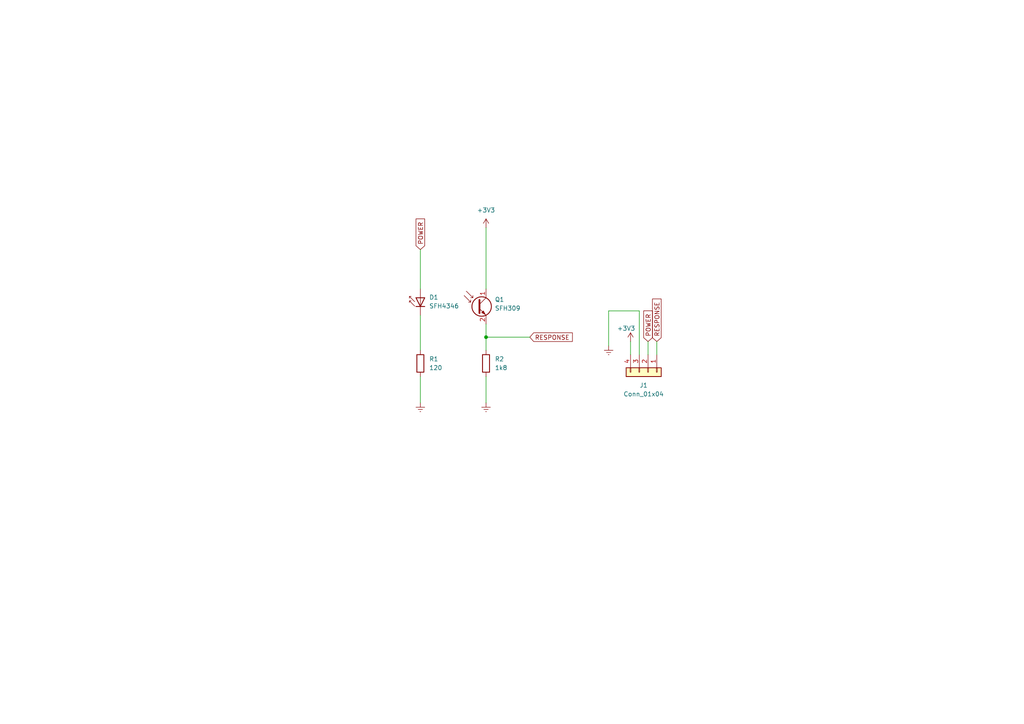
<source format=kicad_sch>
(kicad_sch (version 20211123) (generator eeschema)
  (paper "A4")
  (lib_symbols
    (symbol "Connector_Generic:Conn_01x04" (pin_names (offset 1.016) hide)
      (property "Reference" "J" (at 0 5.08 0))
      (property "Value" "Conn_01x04" (at 0 -7.62 0))
      (symbol "Conn_01x04_1_1"
        (rectangle (start -1.27 -4.953) (end 0 -5.207) (stroke (width 0.1524)))
        (rectangle (start -1.27 -2.413) (end 0 -2.667) (stroke (width 0.1524)))
        (rectangle (start -1.27 0.127) (end 0 -0.127) (stroke (width 0.1524)))
        (rectangle (start -1.27 2.667) (end 0 2.413) (stroke (width 0.1524)))
        (rectangle (start -1.27 3.81) (end 1.27 -6.35) (stroke (width 0.254)) (fill (type background)))
        (pin passive line (at -5.08 2.54 0) (length 3.81) (name "Pin_1") (number "1"))
        (pin passive line (at -5.08 0 0) (length 3.81) (name "Pin_2") (number "2"))
        (pin passive line (at -5.08 -2.54 0) (length 3.81) (name "Pin_3") (number "3"))
        (pin passive line (at -5.08 -5.08 0) (length 3.81) (name "Pin_4") (number "4"))
      )
    )
    (symbol "Device:R" (pin_numbers hide) (pin_names (offset 0))
      (property "Reference" "R" (at 2.032 0 90))
      (property "Value" "R" (at 0 0 90))
      (symbol "R_0_1"
        (rectangle (start -1.016 -2.54) (end 1.016 2.54) (stroke (width 0.254)))
      )
      (symbol "R_1_1"
        (pin passive line (at 0 3.81 270) (length 1.27) (name "~") (number "1"))
        (pin passive line (at 0 -3.81 90) (length 1.27) (name "~") (number "2"))
      )
    )
    (symbol "LED:SFH4346" (pin_numbers hide) (pin_names (offset 1.016) hide)
      (property "Reference" "D" (at 0.508 1.778 0))
      (property "Value" "SFH4346" (at -1.016 -2.794 0))
      (symbol "SFH4346_0_1"
        (polyline (pts (xy -2.54 1.27) (xy -2.54 -1.27)) (stroke (width 0.254)))
        (polyline (pts (xy 0 0) (xy -2.54 0)))
        (polyline (pts (xy 0.381 3.175) (xy -0.127 3.175)))
        (polyline (pts (xy -1.143 1.651) (xy 0.381 3.175) (xy 0.381 2.667)))
        (polyline (pts (xy 0 1.27) (xy -2.54 0) (xy 0 -1.27) (xy 0 1.27)) (stroke (width 0.254)))
        (polyline (pts (xy -2.413 1.651) (xy -0.889 3.175) (xy -0.889 2.667) (xy -0.889 3.175) (xy -1.397 3.175)))
      )
      (symbol "SFH4346_1_1"
        (pin passive line (at -5.08 0 0) (length 2.54) (name "K") (number "1"))
        (pin passive line (at 2.54 0 180) (length 2.54) (name "A") (number "2"))
      )
    )
    (symbol "Sensor_Optical:SFH309" (pin_names (offset 0) hide)
      (property "Reference" "Q" (at 5.08 1.27 0))
      (property "Value" "SFH309" (at 5.08 -1.27 0))
      (symbol "SFH309_0_1"
        (polyline (pts (xy -1.905 1.27) (xy -2.54 1.27)))
        (polyline (pts (xy -1.27 2.54) (xy -1.905 2.54)))
        (polyline (pts (xy 0.635 0.635) (xy 2.54 2.54)))
        (polyline (pts (xy -3.81 3.175) (xy -1.905 1.27) (xy -1.905 1.905)))
        (polyline (pts (xy -3.175 4.445) (xy -1.27 2.54) (xy -1.27 3.175)))
        (polyline (pts (xy 0.635 -0.635) (xy 2.54 -2.54) (xy 2.54 -2.54)))
        (polyline (pts (xy 0.635 1.905) (xy 0.635 -1.905) (xy 0.635 -1.905)) (stroke (width 0.508)))
        (polyline (pts (xy 1.27 -1.778) (xy 1.778 -1.27) (xy 2.286 -2.286) (xy 1.27 -1.778) (xy 1.27 -1.778)) (fill (type outline)))
        (circle (center 1.27 0) (radius 2.8194) (stroke (width 0.254)))
      )
      (symbol "SFH309_1_1"
        (pin passive line (at 2.54 5.08 270) (length 2.54) (name "C") (number "1"))
        (pin passive line (at 2.54 -5.08 90) (length 2.54) (name "E") (number "2"))
      )
    )
    (symbol "power:+3.3V" (power) (pin_names (offset 0))
      (property "Value" "+3.3V" (at 0 3.556 0))
      (symbol "+3.3V_0_1"
        (polyline (pts (xy -0.762 1.27) (xy 0 2.54)))
        (polyline (pts (xy 0 0) (xy 0 2.54)))
        (polyline (pts (xy 0 2.54) (xy 0.762 1.27)))
      )
      (symbol "+3.3V_1_1"
        (pin power_in line (at 0 0 90) (length 0) hide (name "+3V3") (number "1"))
      )
    )
    (symbol "power:Earth" (power) (pin_names (offset 0))
      (symbol "Earth_0_1"
        (polyline (pts (xy -0.635 -1.905) (xy 0.635 -1.905)))
        (polyline (pts (xy -0.127 -2.54) (xy 0.127 -2.54)))
        (polyline (pts (xy 0 -1.27) (xy 0 0)))
        (polyline (pts (xy 1.27 -1.27) (xy -1.27 -1.27)))
      )
      (symbol "Earth_1_1"
        (pin power_in line (at 0 0 270) (length 0) hide (name "Earth") (number "1"))
      )
    )
  )
  (junction (at 140.97 97.79))
  (wire (pts (xy 121.92 91.44) (xy 121.92 101.6)))
  (wire (pts (xy 187.96 99.06) (xy 187.96 102.87)))
  (wire (pts (xy 185.42 102.87) (xy 185.42 90.17)))
  (wire (pts (xy 140.97 97.79) (xy 140.97 101.6)))
  (wire (pts (xy 121.92 72.39) (xy 121.92 83.82)))
  (wire (pts (xy 140.97 93.98) (xy 140.97 97.79)))
  (wire (pts (xy 140.97 97.79) (xy 153.67 97.79)))
  (wire (pts (xy 185.42 90.17) (xy 176.53 90.17)))
  (wire (pts (xy 140.97 66.04) (xy 140.97 83.82)))
  (wire (pts (xy 190.5 99.06) (xy 190.5 102.87)))
  (wire (pts (xy 176.53 90.17) (xy 176.53 100.33)))
  (wire (pts (xy 140.97 109.22) (xy 140.97 116.84)))
  (wire (pts (xy 121.92 109.22) (xy 121.92 116.84)))
  (wire (pts (xy 182.88 99.06) (xy 182.88 102.87)))
  (global_label "POWER" (shape input) (at 187.96 99.06 90) (property "Intersheet References" "${INTERSHEET_REFS}" (effects hide)))
  (global_label "RESPONSE" (shape input) (at 190.5 99.06 90) (property "Intersheet References" "${INTERSHEET_REFS}" (effects hide)))
  (global_label "POWER" (shape input) (at 121.92 72.39 90) (property "Intersheet References" "${INTERSHEET_REFS}" (effects hide)))
  (global_label "RESPONSE" (shape input) (at 153.67 97.79 0) (property "Intersheet References" "${INTERSHEET_REFS}" (effects hide)))
  (symbol (lib_id "power:Earth") (at 140.97 116.84 0) (unit 1)
    (property "Reference" "#PWR03" (effects hide))
    (property "Value" "Earth" (effects hide))
  )
  (symbol (lib_id "power:+3.3V") (at 182.88 99.06 0) (unit 1)
    (property "Reference" "#PWR05" (effects hide))
    (property "Value" "+3.3V" (at 181.61 95.25 0))
  )
  (symbol (lib_id "power:Earth") (at 121.92 116.84 0) (unit 1)
    (property "Reference" "#PWR01" (effects hide))
    (property "Value" "Earth" (effects hide))
  )
  (symbol (lib_id "LED:SFH4346") (at 121.92 86.36 90) (unit 1)
    (property "Reference" "D1" (at 124.46 86.2329 90) (effects (justify right)))
    (property "Value" "SFH4346" (at 124.46 88.7729 90) (effects (justify right)))
    (property "Footprint" "LED_THT:LED_D3.0mm_IRBlack" (effects hide))
    (property "Datasheet" "http://cdn-reichelt.de/documents/datenblatt/A500/SFH4346.pdf" (effects hide))
  )
  (symbol (lib_id "Connector_Generic:Conn_01x04") (at 187.96 107.95 270) (unit 1)
    (property "Reference" "J1" (at 186.69 111.76 90))
    (property "Value" "Conn_01x04" (at 186.69 114.3 90))
    (property "Footprint" "Connector_JST:JST_XH_B4B-XH-A_1x04_P2.50mm_Vertical" (effects hide))
  )
  (symbol (lib_id "power:Earth") (at 176.53 100.33 0) (unit 1)
    (property "Reference" "#PWR04" (effects hide))
    (property "Value" "Earth" (effects hide))
  )
  (symbol (lib_id "Sensor_Optical:SFH309") (at 138.43 88.9 0) (unit 1)
    (property "Reference" "Q1" (at 143.51 86.8806 0) (effects (justify left)))
    (property "Value" "SFH309" (at 143.51 89.4206 0) (effects (justify left)))
    (property "Footprint" "LED_THT:LED_D3.0mm_Clear" (effects hide))
    (property "Datasheet" "http://www.osram-os.com/Graphics/XPic2/00101811_0.pdf/SFH%20309,%20SFH%20309%20FA,%20Lead%20(Pb)%20Free%20Product%20-%20RoHS%20Compliant.pdf" (effects hide))
  )
  (symbol (lib_id "power:+3.3V") (at 140.97 66.04 0) (unit 1)
    (property "Reference" "#PWR02" (effects hide))
    (property "Value" "+3.3V" (at 140.97 60.96 0))
  )
  (symbol (lib_id "Device:R") (at 121.92 105.41 0) (unit 1)
    (property "Reference" "R1" (at 124.46 104.1399 0) (effects (justify left)))
    (property "Value" "120" (at 124.46 106.6799 0) (effects (justify left)))
    (property "Footprint" "Resistor_SMD:R_1206_3216Metric_Pad1.30x1.75mm_HandSolder" (effects hide))
  )
  (symbol (lib_id "Device:R") (at 140.97 105.41 0) (unit 1)
    (property "Reference" "R2" (at 143.51 104.1399 0) (effects (justify left)))
    (property "Value" "1k8" (at 143.51 106.6799 0) (effects (justify left)))
    (property "Footprint" "Resistor_SMD:R_1206_3216Metric_Pad1.30x1.75mm_HandSolder" (effects hide))
  )
)
</source>
